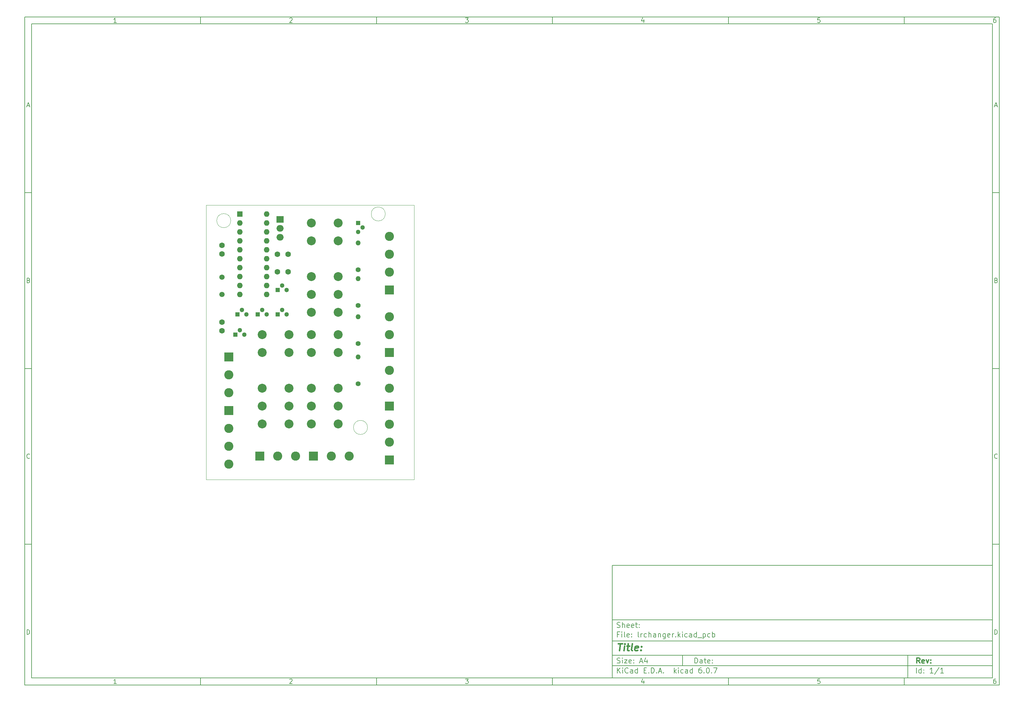
<source format=gbr>
%TF.GenerationSoftware,KiCad,Pcbnew,6.0.7*%
%TF.CreationDate,2022-10-17T15:43:20+02:00*%
%TF.ProjectId,lrchanger,6c726368-616e-4676-9572-2e6b69636164,rev?*%
%TF.SameCoordinates,Original*%
%TF.FileFunction,Soldermask,Bot*%
%TF.FilePolarity,Negative*%
%FSLAX46Y46*%
G04 Gerber Fmt 4.6, Leading zero omitted, Abs format (unit mm)*
G04 Created by KiCad (PCBNEW 6.0.7) date 2022-10-17 15:43:20*
%MOMM*%
%LPD*%
G01*
G04 APERTURE LIST*
%ADD10C,0.100000*%
%ADD11C,0.150000*%
%ADD12C,0.300000*%
%ADD13C,0.400000*%
%TA.AperFunction,Profile*%
%ADD14C,0.050000*%
%TD*%
%ADD15R,1.300000X1.300000*%
%ADD16C,1.300000*%
%ADD17C,1.600000*%
%ADD18C,1.400000*%
%ADD19O,1.400000X1.400000*%
%ADD20R,1.600000X1.600000*%
%ADD21O,1.600000X1.600000*%
%ADD22R,2.000000X1.905000*%
%ADD23O,2.000000X1.905000*%
%ADD24C,1.500000*%
%ADD25C,2.540000*%
%ADD26R,2.600000X2.600000*%
%ADD27C,2.600000*%
G04 APERTURE END LIST*
D10*
D11*
X177002200Y-166007200D02*
X177002200Y-198007200D01*
X285002200Y-198007200D01*
X285002200Y-166007200D01*
X177002200Y-166007200D01*
D10*
D11*
X10000000Y-10000000D02*
X10000000Y-200007200D01*
X287002200Y-200007200D01*
X287002200Y-10000000D01*
X10000000Y-10000000D01*
D10*
D11*
X12000000Y-12000000D02*
X12000000Y-198007200D01*
X285002200Y-198007200D01*
X285002200Y-12000000D01*
X12000000Y-12000000D01*
D10*
D11*
X60000000Y-12000000D02*
X60000000Y-10000000D01*
D10*
D11*
X110000000Y-12000000D02*
X110000000Y-10000000D01*
D10*
D11*
X160000000Y-12000000D02*
X160000000Y-10000000D01*
D10*
D11*
X210000000Y-12000000D02*
X210000000Y-10000000D01*
D10*
D11*
X260000000Y-12000000D02*
X260000000Y-10000000D01*
D10*
D11*
X36065476Y-11588095D02*
X35322619Y-11588095D01*
X35694047Y-11588095D02*
X35694047Y-10288095D01*
X35570238Y-10473809D01*
X35446428Y-10597619D01*
X35322619Y-10659523D01*
D10*
D11*
X85322619Y-10411904D02*
X85384523Y-10350000D01*
X85508333Y-10288095D01*
X85817857Y-10288095D01*
X85941666Y-10350000D01*
X86003571Y-10411904D01*
X86065476Y-10535714D01*
X86065476Y-10659523D01*
X86003571Y-10845238D01*
X85260714Y-11588095D01*
X86065476Y-11588095D01*
D10*
D11*
X135260714Y-10288095D02*
X136065476Y-10288095D01*
X135632142Y-10783333D01*
X135817857Y-10783333D01*
X135941666Y-10845238D01*
X136003571Y-10907142D01*
X136065476Y-11030952D01*
X136065476Y-11340476D01*
X136003571Y-11464285D01*
X135941666Y-11526190D01*
X135817857Y-11588095D01*
X135446428Y-11588095D01*
X135322619Y-11526190D01*
X135260714Y-11464285D01*
D10*
D11*
X185941666Y-10721428D02*
X185941666Y-11588095D01*
X185632142Y-10226190D02*
X185322619Y-11154761D01*
X186127380Y-11154761D01*
D10*
D11*
X236003571Y-10288095D02*
X235384523Y-10288095D01*
X235322619Y-10907142D01*
X235384523Y-10845238D01*
X235508333Y-10783333D01*
X235817857Y-10783333D01*
X235941666Y-10845238D01*
X236003571Y-10907142D01*
X236065476Y-11030952D01*
X236065476Y-11340476D01*
X236003571Y-11464285D01*
X235941666Y-11526190D01*
X235817857Y-11588095D01*
X235508333Y-11588095D01*
X235384523Y-11526190D01*
X235322619Y-11464285D01*
D10*
D11*
X285941666Y-10288095D02*
X285694047Y-10288095D01*
X285570238Y-10350000D01*
X285508333Y-10411904D01*
X285384523Y-10597619D01*
X285322619Y-10845238D01*
X285322619Y-11340476D01*
X285384523Y-11464285D01*
X285446428Y-11526190D01*
X285570238Y-11588095D01*
X285817857Y-11588095D01*
X285941666Y-11526190D01*
X286003571Y-11464285D01*
X286065476Y-11340476D01*
X286065476Y-11030952D01*
X286003571Y-10907142D01*
X285941666Y-10845238D01*
X285817857Y-10783333D01*
X285570238Y-10783333D01*
X285446428Y-10845238D01*
X285384523Y-10907142D01*
X285322619Y-11030952D01*
D10*
D11*
X60000000Y-198007200D02*
X60000000Y-200007200D01*
D10*
D11*
X110000000Y-198007200D02*
X110000000Y-200007200D01*
D10*
D11*
X160000000Y-198007200D02*
X160000000Y-200007200D01*
D10*
D11*
X210000000Y-198007200D02*
X210000000Y-200007200D01*
D10*
D11*
X260000000Y-198007200D02*
X260000000Y-200007200D01*
D10*
D11*
X36065476Y-199595295D02*
X35322619Y-199595295D01*
X35694047Y-199595295D02*
X35694047Y-198295295D01*
X35570238Y-198481009D01*
X35446428Y-198604819D01*
X35322619Y-198666723D01*
D10*
D11*
X85322619Y-198419104D02*
X85384523Y-198357200D01*
X85508333Y-198295295D01*
X85817857Y-198295295D01*
X85941666Y-198357200D01*
X86003571Y-198419104D01*
X86065476Y-198542914D01*
X86065476Y-198666723D01*
X86003571Y-198852438D01*
X85260714Y-199595295D01*
X86065476Y-199595295D01*
D10*
D11*
X135260714Y-198295295D02*
X136065476Y-198295295D01*
X135632142Y-198790533D01*
X135817857Y-198790533D01*
X135941666Y-198852438D01*
X136003571Y-198914342D01*
X136065476Y-199038152D01*
X136065476Y-199347676D01*
X136003571Y-199471485D01*
X135941666Y-199533390D01*
X135817857Y-199595295D01*
X135446428Y-199595295D01*
X135322619Y-199533390D01*
X135260714Y-199471485D01*
D10*
D11*
X185941666Y-198728628D02*
X185941666Y-199595295D01*
X185632142Y-198233390D02*
X185322619Y-199161961D01*
X186127380Y-199161961D01*
D10*
D11*
X236003571Y-198295295D02*
X235384523Y-198295295D01*
X235322619Y-198914342D01*
X235384523Y-198852438D01*
X235508333Y-198790533D01*
X235817857Y-198790533D01*
X235941666Y-198852438D01*
X236003571Y-198914342D01*
X236065476Y-199038152D01*
X236065476Y-199347676D01*
X236003571Y-199471485D01*
X235941666Y-199533390D01*
X235817857Y-199595295D01*
X235508333Y-199595295D01*
X235384523Y-199533390D01*
X235322619Y-199471485D01*
D10*
D11*
X285941666Y-198295295D02*
X285694047Y-198295295D01*
X285570238Y-198357200D01*
X285508333Y-198419104D01*
X285384523Y-198604819D01*
X285322619Y-198852438D01*
X285322619Y-199347676D01*
X285384523Y-199471485D01*
X285446428Y-199533390D01*
X285570238Y-199595295D01*
X285817857Y-199595295D01*
X285941666Y-199533390D01*
X286003571Y-199471485D01*
X286065476Y-199347676D01*
X286065476Y-199038152D01*
X286003571Y-198914342D01*
X285941666Y-198852438D01*
X285817857Y-198790533D01*
X285570238Y-198790533D01*
X285446428Y-198852438D01*
X285384523Y-198914342D01*
X285322619Y-199038152D01*
D10*
D11*
X10000000Y-60000000D02*
X12000000Y-60000000D01*
D10*
D11*
X10000000Y-110000000D02*
X12000000Y-110000000D01*
D10*
D11*
X10000000Y-160000000D02*
X12000000Y-160000000D01*
D10*
D11*
X10690476Y-35216666D02*
X11309523Y-35216666D01*
X10566666Y-35588095D02*
X11000000Y-34288095D01*
X11433333Y-35588095D01*
D10*
D11*
X11092857Y-84907142D02*
X11278571Y-84969047D01*
X11340476Y-85030952D01*
X11402380Y-85154761D01*
X11402380Y-85340476D01*
X11340476Y-85464285D01*
X11278571Y-85526190D01*
X11154761Y-85588095D01*
X10659523Y-85588095D01*
X10659523Y-84288095D01*
X11092857Y-84288095D01*
X11216666Y-84350000D01*
X11278571Y-84411904D01*
X11340476Y-84535714D01*
X11340476Y-84659523D01*
X11278571Y-84783333D01*
X11216666Y-84845238D01*
X11092857Y-84907142D01*
X10659523Y-84907142D01*
D10*
D11*
X11402380Y-135464285D02*
X11340476Y-135526190D01*
X11154761Y-135588095D01*
X11030952Y-135588095D01*
X10845238Y-135526190D01*
X10721428Y-135402380D01*
X10659523Y-135278571D01*
X10597619Y-135030952D01*
X10597619Y-134845238D01*
X10659523Y-134597619D01*
X10721428Y-134473809D01*
X10845238Y-134350000D01*
X11030952Y-134288095D01*
X11154761Y-134288095D01*
X11340476Y-134350000D01*
X11402380Y-134411904D01*
D10*
D11*
X10659523Y-185588095D02*
X10659523Y-184288095D01*
X10969047Y-184288095D01*
X11154761Y-184350000D01*
X11278571Y-184473809D01*
X11340476Y-184597619D01*
X11402380Y-184845238D01*
X11402380Y-185030952D01*
X11340476Y-185278571D01*
X11278571Y-185402380D01*
X11154761Y-185526190D01*
X10969047Y-185588095D01*
X10659523Y-185588095D01*
D10*
D11*
X287002200Y-60000000D02*
X285002200Y-60000000D01*
D10*
D11*
X287002200Y-110000000D02*
X285002200Y-110000000D01*
D10*
D11*
X287002200Y-160000000D02*
X285002200Y-160000000D01*
D10*
D11*
X285692676Y-35216666D02*
X286311723Y-35216666D01*
X285568866Y-35588095D02*
X286002200Y-34288095D01*
X286435533Y-35588095D01*
D10*
D11*
X286095057Y-84907142D02*
X286280771Y-84969047D01*
X286342676Y-85030952D01*
X286404580Y-85154761D01*
X286404580Y-85340476D01*
X286342676Y-85464285D01*
X286280771Y-85526190D01*
X286156961Y-85588095D01*
X285661723Y-85588095D01*
X285661723Y-84288095D01*
X286095057Y-84288095D01*
X286218866Y-84350000D01*
X286280771Y-84411904D01*
X286342676Y-84535714D01*
X286342676Y-84659523D01*
X286280771Y-84783333D01*
X286218866Y-84845238D01*
X286095057Y-84907142D01*
X285661723Y-84907142D01*
D10*
D11*
X286404580Y-135464285D02*
X286342676Y-135526190D01*
X286156961Y-135588095D01*
X286033152Y-135588095D01*
X285847438Y-135526190D01*
X285723628Y-135402380D01*
X285661723Y-135278571D01*
X285599819Y-135030952D01*
X285599819Y-134845238D01*
X285661723Y-134597619D01*
X285723628Y-134473809D01*
X285847438Y-134350000D01*
X286033152Y-134288095D01*
X286156961Y-134288095D01*
X286342676Y-134350000D01*
X286404580Y-134411904D01*
D10*
D11*
X285661723Y-185588095D02*
X285661723Y-184288095D01*
X285971247Y-184288095D01*
X286156961Y-184350000D01*
X286280771Y-184473809D01*
X286342676Y-184597619D01*
X286404580Y-184845238D01*
X286404580Y-185030952D01*
X286342676Y-185278571D01*
X286280771Y-185402380D01*
X286156961Y-185526190D01*
X285971247Y-185588095D01*
X285661723Y-185588095D01*
D10*
D11*
X200434342Y-193785771D02*
X200434342Y-192285771D01*
X200791485Y-192285771D01*
X201005771Y-192357200D01*
X201148628Y-192500057D01*
X201220057Y-192642914D01*
X201291485Y-192928628D01*
X201291485Y-193142914D01*
X201220057Y-193428628D01*
X201148628Y-193571485D01*
X201005771Y-193714342D01*
X200791485Y-193785771D01*
X200434342Y-193785771D01*
X202577200Y-193785771D02*
X202577200Y-193000057D01*
X202505771Y-192857200D01*
X202362914Y-192785771D01*
X202077200Y-192785771D01*
X201934342Y-192857200D01*
X202577200Y-193714342D02*
X202434342Y-193785771D01*
X202077200Y-193785771D01*
X201934342Y-193714342D01*
X201862914Y-193571485D01*
X201862914Y-193428628D01*
X201934342Y-193285771D01*
X202077200Y-193214342D01*
X202434342Y-193214342D01*
X202577200Y-193142914D01*
X203077200Y-192785771D02*
X203648628Y-192785771D01*
X203291485Y-192285771D02*
X203291485Y-193571485D01*
X203362914Y-193714342D01*
X203505771Y-193785771D01*
X203648628Y-193785771D01*
X204720057Y-193714342D02*
X204577200Y-193785771D01*
X204291485Y-193785771D01*
X204148628Y-193714342D01*
X204077200Y-193571485D01*
X204077200Y-193000057D01*
X204148628Y-192857200D01*
X204291485Y-192785771D01*
X204577200Y-192785771D01*
X204720057Y-192857200D01*
X204791485Y-193000057D01*
X204791485Y-193142914D01*
X204077200Y-193285771D01*
X205434342Y-193642914D02*
X205505771Y-193714342D01*
X205434342Y-193785771D01*
X205362914Y-193714342D01*
X205434342Y-193642914D01*
X205434342Y-193785771D01*
X205434342Y-192857200D02*
X205505771Y-192928628D01*
X205434342Y-193000057D01*
X205362914Y-192928628D01*
X205434342Y-192857200D01*
X205434342Y-193000057D01*
D10*
D11*
X177002200Y-194507200D02*
X285002200Y-194507200D01*
D10*
D11*
X178434342Y-196585771D02*
X178434342Y-195085771D01*
X179291485Y-196585771D02*
X178648628Y-195728628D01*
X179291485Y-195085771D02*
X178434342Y-195942914D01*
X179934342Y-196585771D02*
X179934342Y-195585771D01*
X179934342Y-195085771D02*
X179862914Y-195157200D01*
X179934342Y-195228628D01*
X180005771Y-195157200D01*
X179934342Y-195085771D01*
X179934342Y-195228628D01*
X181505771Y-196442914D02*
X181434342Y-196514342D01*
X181220057Y-196585771D01*
X181077200Y-196585771D01*
X180862914Y-196514342D01*
X180720057Y-196371485D01*
X180648628Y-196228628D01*
X180577200Y-195942914D01*
X180577200Y-195728628D01*
X180648628Y-195442914D01*
X180720057Y-195300057D01*
X180862914Y-195157200D01*
X181077200Y-195085771D01*
X181220057Y-195085771D01*
X181434342Y-195157200D01*
X181505771Y-195228628D01*
X182791485Y-196585771D02*
X182791485Y-195800057D01*
X182720057Y-195657200D01*
X182577200Y-195585771D01*
X182291485Y-195585771D01*
X182148628Y-195657200D01*
X182791485Y-196514342D02*
X182648628Y-196585771D01*
X182291485Y-196585771D01*
X182148628Y-196514342D01*
X182077200Y-196371485D01*
X182077200Y-196228628D01*
X182148628Y-196085771D01*
X182291485Y-196014342D01*
X182648628Y-196014342D01*
X182791485Y-195942914D01*
X184148628Y-196585771D02*
X184148628Y-195085771D01*
X184148628Y-196514342D02*
X184005771Y-196585771D01*
X183720057Y-196585771D01*
X183577200Y-196514342D01*
X183505771Y-196442914D01*
X183434342Y-196300057D01*
X183434342Y-195871485D01*
X183505771Y-195728628D01*
X183577200Y-195657200D01*
X183720057Y-195585771D01*
X184005771Y-195585771D01*
X184148628Y-195657200D01*
X186005771Y-195800057D02*
X186505771Y-195800057D01*
X186720057Y-196585771D02*
X186005771Y-196585771D01*
X186005771Y-195085771D01*
X186720057Y-195085771D01*
X187362914Y-196442914D02*
X187434342Y-196514342D01*
X187362914Y-196585771D01*
X187291485Y-196514342D01*
X187362914Y-196442914D01*
X187362914Y-196585771D01*
X188077200Y-196585771D02*
X188077200Y-195085771D01*
X188434342Y-195085771D01*
X188648628Y-195157200D01*
X188791485Y-195300057D01*
X188862914Y-195442914D01*
X188934342Y-195728628D01*
X188934342Y-195942914D01*
X188862914Y-196228628D01*
X188791485Y-196371485D01*
X188648628Y-196514342D01*
X188434342Y-196585771D01*
X188077200Y-196585771D01*
X189577200Y-196442914D02*
X189648628Y-196514342D01*
X189577200Y-196585771D01*
X189505771Y-196514342D01*
X189577200Y-196442914D01*
X189577200Y-196585771D01*
X190220057Y-196157200D02*
X190934342Y-196157200D01*
X190077200Y-196585771D02*
X190577200Y-195085771D01*
X191077200Y-196585771D01*
X191577200Y-196442914D02*
X191648628Y-196514342D01*
X191577200Y-196585771D01*
X191505771Y-196514342D01*
X191577200Y-196442914D01*
X191577200Y-196585771D01*
X194577200Y-196585771D02*
X194577200Y-195085771D01*
X194720057Y-196014342D02*
X195148628Y-196585771D01*
X195148628Y-195585771D02*
X194577200Y-196157200D01*
X195791485Y-196585771D02*
X195791485Y-195585771D01*
X195791485Y-195085771D02*
X195720057Y-195157200D01*
X195791485Y-195228628D01*
X195862914Y-195157200D01*
X195791485Y-195085771D01*
X195791485Y-195228628D01*
X197148628Y-196514342D02*
X197005771Y-196585771D01*
X196720057Y-196585771D01*
X196577200Y-196514342D01*
X196505771Y-196442914D01*
X196434342Y-196300057D01*
X196434342Y-195871485D01*
X196505771Y-195728628D01*
X196577200Y-195657200D01*
X196720057Y-195585771D01*
X197005771Y-195585771D01*
X197148628Y-195657200D01*
X198434342Y-196585771D02*
X198434342Y-195800057D01*
X198362914Y-195657200D01*
X198220057Y-195585771D01*
X197934342Y-195585771D01*
X197791485Y-195657200D01*
X198434342Y-196514342D02*
X198291485Y-196585771D01*
X197934342Y-196585771D01*
X197791485Y-196514342D01*
X197720057Y-196371485D01*
X197720057Y-196228628D01*
X197791485Y-196085771D01*
X197934342Y-196014342D01*
X198291485Y-196014342D01*
X198434342Y-195942914D01*
X199791485Y-196585771D02*
X199791485Y-195085771D01*
X199791485Y-196514342D02*
X199648628Y-196585771D01*
X199362914Y-196585771D01*
X199220057Y-196514342D01*
X199148628Y-196442914D01*
X199077200Y-196300057D01*
X199077200Y-195871485D01*
X199148628Y-195728628D01*
X199220057Y-195657200D01*
X199362914Y-195585771D01*
X199648628Y-195585771D01*
X199791485Y-195657200D01*
X202291485Y-195085771D02*
X202005771Y-195085771D01*
X201862914Y-195157200D01*
X201791485Y-195228628D01*
X201648628Y-195442914D01*
X201577200Y-195728628D01*
X201577200Y-196300057D01*
X201648628Y-196442914D01*
X201720057Y-196514342D01*
X201862914Y-196585771D01*
X202148628Y-196585771D01*
X202291485Y-196514342D01*
X202362914Y-196442914D01*
X202434342Y-196300057D01*
X202434342Y-195942914D01*
X202362914Y-195800057D01*
X202291485Y-195728628D01*
X202148628Y-195657200D01*
X201862914Y-195657200D01*
X201720057Y-195728628D01*
X201648628Y-195800057D01*
X201577200Y-195942914D01*
X203077200Y-196442914D02*
X203148628Y-196514342D01*
X203077200Y-196585771D01*
X203005771Y-196514342D01*
X203077200Y-196442914D01*
X203077200Y-196585771D01*
X204077200Y-195085771D02*
X204220057Y-195085771D01*
X204362914Y-195157200D01*
X204434342Y-195228628D01*
X204505771Y-195371485D01*
X204577200Y-195657200D01*
X204577200Y-196014342D01*
X204505771Y-196300057D01*
X204434342Y-196442914D01*
X204362914Y-196514342D01*
X204220057Y-196585771D01*
X204077200Y-196585771D01*
X203934342Y-196514342D01*
X203862914Y-196442914D01*
X203791485Y-196300057D01*
X203720057Y-196014342D01*
X203720057Y-195657200D01*
X203791485Y-195371485D01*
X203862914Y-195228628D01*
X203934342Y-195157200D01*
X204077200Y-195085771D01*
X205220057Y-196442914D02*
X205291485Y-196514342D01*
X205220057Y-196585771D01*
X205148628Y-196514342D01*
X205220057Y-196442914D01*
X205220057Y-196585771D01*
X205791485Y-195085771D02*
X206791485Y-195085771D01*
X206148628Y-196585771D01*
D10*
D11*
X177002200Y-191507200D02*
X285002200Y-191507200D01*
D10*
D12*
X264411485Y-193785771D02*
X263911485Y-193071485D01*
X263554342Y-193785771D02*
X263554342Y-192285771D01*
X264125771Y-192285771D01*
X264268628Y-192357200D01*
X264340057Y-192428628D01*
X264411485Y-192571485D01*
X264411485Y-192785771D01*
X264340057Y-192928628D01*
X264268628Y-193000057D01*
X264125771Y-193071485D01*
X263554342Y-193071485D01*
X265625771Y-193714342D02*
X265482914Y-193785771D01*
X265197200Y-193785771D01*
X265054342Y-193714342D01*
X264982914Y-193571485D01*
X264982914Y-193000057D01*
X265054342Y-192857200D01*
X265197200Y-192785771D01*
X265482914Y-192785771D01*
X265625771Y-192857200D01*
X265697200Y-193000057D01*
X265697200Y-193142914D01*
X264982914Y-193285771D01*
X266197200Y-192785771D02*
X266554342Y-193785771D01*
X266911485Y-192785771D01*
X267482914Y-193642914D02*
X267554342Y-193714342D01*
X267482914Y-193785771D01*
X267411485Y-193714342D01*
X267482914Y-193642914D01*
X267482914Y-193785771D01*
X267482914Y-192857200D02*
X267554342Y-192928628D01*
X267482914Y-193000057D01*
X267411485Y-192928628D01*
X267482914Y-192857200D01*
X267482914Y-193000057D01*
D10*
D11*
X178362914Y-193714342D02*
X178577200Y-193785771D01*
X178934342Y-193785771D01*
X179077200Y-193714342D01*
X179148628Y-193642914D01*
X179220057Y-193500057D01*
X179220057Y-193357200D01*
X179148628Y-193214342D01*
X179077200Y-193142914D01*
X178934342Y-193071485D01*
X178648628Y-193000057D01*
X178505771Y-192928628D01*
X178434342Y-192857200D01*
X178362914Y-192714342D01*
X178362914Y-192571485D01*
X178434342Y-192428628D01*
X178505771Y-192357200D01*
X178648628Y-192285771D01*
X179005771Y-192285771D01*
X179220057Y-192357200D01*
X179862914Y-193785771D02*
X179862914Y-192785771D01*
X179862914Y-192285771D02*
X179791485Y-192357200D01*
X179862914Y-192428628D01*
X179934342Y-192357200D01*
X179862914Y-192285771D01*
X179862914Y-192428628D01*
X180434342Y-192785771D02*
X181220057Y-192785771D01*
X180434342Y-193785771D01*
X181220057Y-193785771D01*
X182362914Y-193714342D02*
X182220057Y-193785771D01*
X181934342Y-193785771D01*
X181791485Y-193714342D01*
X181720057Y-193571485D01*
X181720057Y-193000057D01*
X181791485Y-192857200D01*
X181934342Y-192785771D01*
X182220057Y-192785771D01*
X182362914Y-192857200D01*
X182434342Y-193000057D01*
X182434342Y-193142914D01*
X181720057Y-193285771D01*
X183077200Y-193642914D02*
X183148628Y-193714342D01*
X183077200Y-193785771D01*
X183005771Y-193714342D01*
X183077200Y-193642914D01*
X183077200Y-193785771D01*
X183077200Y-192857200D02*
X183148628Y-192928628D01*
X183077200Y-193000057D01*
X183005771Y-192928628D01*
X183077200Y-192857200D01*
X183077200Y-193000057D01*
X184862914Y-193357200D02*
X185577200Y-193357200D01*
X184720057Y-193785771D02*
X185220057Y-192285771D01*
X185720057Y-193785771D01*
X186862914Y-192785771D02*
X186862914Y-193785771D01*
X186505771Y-192214342D02*
X186148628Y-193285771D01*
X187077200Y-193285771D01*
D10*
D11*
X263434342Y-196585771D02*
X263434342Y-195085771D01*
X264791485Y-196585771D02*
X264791485Y-195085771D01*
X264791485Y-196514342D02*
X264648628Y-196585771D01*
X264362914Y-196585771D01*
X264220057Y-196514342D01*
X264148628Y-196442914D01*
X264077200Y-196300057D01*
X264077200Y-195871485D01*
X264148628Y-195728628D01*
X264220057Y-195657200D01*
X264362914Y-195585771D01*
X264648628Y-195585771D01*
X264791485Y-195657200D01*
X265505771Y-196442914D02*
X265577200Y-196514342D01*
X265505771Y-196585771D01*
X265434342Y-196514342D01*
X265505771Y-196442914D01*
X265505771Y-196585771D01*
X265505771Y-195657200D02*
X265577200Y-195728628D01*
X265505771Y-195800057D01*
X265434342Y-195728628D01*
X265505771Y-195657200D01*
X265505771Y-195800057D01*
X268148628Y-196585771D02*
X267291485Y-196585771D01*
X267720057Y-196585771D02*
X267720057Y-195085771D01*
X267577200Y-195300057D01*
X267434342Y-195442914D01*
X267291485Y-195514342D01*
X269862914Y-195014342D02*
X268577200Y-196942914D01*
X271148628Y-196585771D02*
X270291485Y-196585771D01*
X270720057Y-196585771D02*
X270720057Y-195085771D01*
X270577200Y-195300057D01*
X270434342Y-195442914D01*
X270291485Y-195514342D01*
D10*
D11*
X177002200Y-187507200D02*
X285002200Y-187507200D01*
D10*
D13*
X178714580Y-188211961D02*
X179857438Y-188211961D01*
X179036009Y-190211961D02*
X179286009Y-188211961D01*
X180274104Y-190211961D02*
X180440771Y-188878628D01*
X180524104Y-188211961D02*
X180416961Y-188307200D01*
X180500295Y-188402438D01*
X180607438Y-188307200D01*
X180524104Y-188211961D01*
X180500295Y-188402438D01*
X181107438Y-188878628D02*
X181869342Y-188878628D01*
X181476485Y-188211961D02*
X181262200Y-189926247D01*
X181333628Y-190116723D01*
X181512200Y-190211961D01*
X181702676Y-190211961D01*
X182655057Y-190211961D02*
X182476485Y-190116723D01*
X182405057Y-189926247D01*
X182619342Y-188211961D01*
X184190771Y-190116723D02*
X183988390Y-190211961D01*
X183607438Y-190211961D01*
X183428866Y-190116723D01*
X183357438Y-189926247D01*
X183452676Y-189164342D01*
X183571723Y-188973866D01*
X183774104Y-188878628D01*
X184155057Y-188878628D01*
X184333628Y-188973866D01*
X184405057Y-189164342D01*
X184381247Y-189354819D01*
X183405057Y-189545295D01*
X185155057Y-190021485D02*
X185238390Y-190116723D01*
X185131247Y-190211961D01*
X185047914Y-190116723D01*
X185155057Y-190021485D01*
X185131247Y-190211961D01*
X185286009Y-188973866D02*
X185369342Y-189069104D01*
X185262200Y-189164342D01*
X185178866Y-189069104D01*
X185286009Y-188973866D01*
X185262200Y-189164342D01*
D10*
D11*
X178934342Y-185600057D02*
X178434342Y-185600057D01*
X178434342Y-186385771D02*
X178434342Y-184885771D01*
X179148628Y-184885771D01*
X179720057Y-186385771D02*
X179720057Y-185385771D01*
X179720057Y-184885771D02*
X179648628Y-184957200D01*
X179720057Y-185028628D01*
X179791485Y-184957200D01*
X179720057Y-184885771D01*
X179720057Y-185028628D01*
X180648628Y-186385771D02*
X180505771Y-186314342D01*
X180434342Y-186171485D01*
X180434342Y-184885771D01*
X181791485Y-186314342D02*
X181648628Y-186385771D01*
X181362914Y-186385771D01*
X181220057Y-186314342D01*
X181148628Y-186171485D01*
X181148628Y-185600057D01*
X181220057Y-185457200D01*
X181362914Y-185385771D01*
X181648628Y-185385771D01*
X181791485Y-185457200D01*
X181862914Y-185600057D01*
X181862914Y-185742914D01*
X181148628Y-185885771D01*
X182505771Y-186242914D02*
X182577200Y-186314342D01*
X182505771Y-186385771D01*
X182434342Y-186314342D01*
X182505771Y-186242914D01*
X182505771Y-186385771D01*
X182505771Y-185457200D02*
X182577200Y-185528628D01*
X182505771Y-185600057D01*
X182434342Y-185528628D01*
X182505771Y-185457200D01*
X182505771Y-185600057D01*
X184577200Y-186385771D02*
X184434342Y-186314342D01*
X184362914Y-186171485D01*
X184362914Y-184885771D01*
X185148628Y-186385771D02*
X185148628Y-185385771D01*
X185148628Y-185671485D02*
X185220057Y-185528628D01*
X185291485Y-185457200D01*
X185434342Y-185385771D01*
X185577200Y-185385771D01*
X186720057Y-186314342D02*
X186577200Y-186385771D01*
X186291485Y-186385771D01*
X186148628Y-186314342D01*
X186077200Y-186242914D01*
X186005771Y-186100057D01*
X186005771Y-185671485D01*
X186077200Y-185528628D01*
X186148628Y-185457200D01*
X186291485Y-185385771D01*
X186577200Y-185385771D01*
X186720057Y-185457200D01*
X187362914Y-186385771D02*
X187362914Y-184885771D01*
X188005771Y-186385771D02*
X188005771Y-185600057D01*
X187934342Y-185457200D01*
X187791485Y-185385771D01*
X187577200Y-185385771D01*
X187434342Y-185457200D01*
X187362914Y-185528628D01*
X189362914Y-186385771D02*
X189362914Y-185600057D01*
X189291485Y-185457200D01*
X189148628Y-185385771D01*
X188862914Y-185385771D01*
X188720057Y-185457200D01*
X189362914Y-186314342D02*
X189220057Y-186385771D01*
X188862914Y-186385771D01*
X188720057Y-186314342D01*
X188648628Y-186171485D01*
X188648628Y-186028628D01*
X188720057Y-185885771D01*
X188862914Y-185814342D01*
X189220057Y-185814342D01*
X189362914Y-185742914D01*
X190077200Y-185385771D02*
X190077200Y-186385771D01*
X190077200Y-185528628D02*
X190148628Y-185457200D01*
X190291485Y-185385771D01*
X190505771Y-185385771D01*
X190648628Y-185457200D01*
X190720057Y-185600057D01*
X190720057Y-186385771D01*
X192077200Y-185385771D02*
X192077200Y-186600057D01*
X192005771Y-186742914D01*
X191934342Y-186814342D01*
X191791485Y-186885771D01*
X191577200Y-186885771D01*
X191434342Y-186814342D01*
X192077200Y-186314342D02*
X191934342Y-186385771D01*
X191648628Y-186385771D01*
X191505771Y-186314342D01*
X191434342Y-186242914D01*
X191362914Y-186100057D01*
X191362914Y-185671485D01*
X191434342Y-185528628D01*
X191505771Y-185457200D01*
X191648628Y-185385771D01*
X191934342Y-185385771D01*
X192077200Y-185457200D01*
X193362914Y-186314342D02*
X193220057Y-186385771D01*
X192934342Y-186385771D01*
X192791485Y-186314342D01*
X192720057Y-186171485D01*
X192720057Y-185600057D01*
X192791485Y-185457200D01*
X192934342Y-185385771D01*
X193220057Y-185385771D01*
X193362914Y-185457200D01*
X193434342Y-185600057D01*
X193434342Y-185742914D01*
X192720057Y-185885771D01*
X194077200Y-186385771D02*
X194077200Y-185385771D01*
X194077200Y-185671485D02*
X194148628Y-185528628D01*
X194220057Y-185457200D01*
X194362914Y-185385771D01*
X194505771Y-185385771D01*
X195005771Y-186242914D02*
X195077200Y-186314342D01*
X195005771Y-186385771D01*
X194934342Y-186314342D01*
X195005771Y-186242914D01*
X195005771Y-186385771D01*
X195720057Y-186385771D02*
X195720057Y-184885771D01*
X195862914Y-185814342D02*
X196291485Y-186385771D01*
X196291485Y-185385771D02*
X195720057Y-185957200D01*
X196934342Y-186385771D02*
X196934342Y-185385771D01*
X196934342Y-184885771D02*
X196862914Y-184957200D01*
X196934342Y-185028628D01*
X197005771Y-184957200D01*
X196934342Y-184885771D01*
X196934342Y-185028628D01*
X198291485Y-186314342D02*
X198148628Y-186385771D01*
X197862914Y-186385771D01*
X197720057Y-186314342D01*
X197648628Y-186242914D01*
X197577200Y-186100057D01*
X197577200Y-185671485D01*
X197648628Y-185528628D01*
X197720057Y-185457200D01*
X197862914Y-185385771D01*
X198148628Y-185385771D01*
X198291485Y-185457200D01*
X199577200Y-186385771D02*
X199577200Y-185600057D01*
X199505771Y-185457200D01*
X199362914Y-185385771D01*
X199077200Y-185385771D01*
X198934342Y-185457200D01*
X199577200Y-186314342D02*
X199434342Y-186385771D01*
X199077200Y-186385771D01*
X198934342Y-186314342D01*
X198862914Y-186171485D01*
X198862914Y-186028628D01*
X198934342Y-185885771D01*
X199077200Y-185814342D01*
X199434342Y-185814342D01*
X199577200Y-185742914D01*
X200934342Y-186385771D02*
X200934342Y-184885771D01*
X200934342Y-186314342D02*
X200791485Y-186385771D01*
X200505771Y-186385771D01*
X200362914Y-186314342D01*
X200291485Y-186242914D01*
X200220057Y-186100057D01*
X200220057Y-185671485D01*
X200291485Y-185528628D01*
X200362914Y-185457200D01*
X200505771Y-185385771D01*
X200791485Y-185385771D01*
X200934342Y-185457200D01*
X201291485Y-186528628D02*
X202434342Y-186528628D01*
X202791485Y-185385771D02*
X202791485Y-186885771D01*
X202791485Y-185457200D02*
X202934342Y-185385771D01*
X203220057Y-185385771D01*
X203362914Y-185457200D01*
X203434342Y-185528628D01*
X203505771Y-185671485D01*
X203505771Y-186100057D01*
X203434342Y-186242914D01*
X203362914Y-186314342D01*
X203220057Y-186385771D01*
X202934342Y-186385771D01*
X202791485Y-186314342D01*
X204791485Y-186314342D02*
X204648628Y-186385771D01*
X204362914Y-186385771D01*
X204220057Y-186314342D01*
X204148628Y-186242914D01*
X204077200Y-186100057D01*
X204077200Y-185671485D01*
X204148628Y-185528628D01*
X204220057Y-185457200D01*
X204362914Y-185385771D01*
X204648628Y-185385771D01*
X204791485Y-185457200D01*
X205434342Y-186385771D02*
X205434342Y-184885771D01*
X205434342Y-185457200D02*
X205577200Y-185385771D01*
X205862914Y-185385771D01*
X206005771Y-185457200D01*
X206077200Y-185528628D01*
X206148628Y-185671485D01*
X206148628Y-186100057D01*
X206077200Y-186242914D01*
X206005771Y-186314342D01*
X205862914Y-186385771D01*
X205577200Y-186385771D01*
X205434342Y-186314342D01*
D10*
D11*
X177002200Y-181507200D02*
X285002200Y-181507200D01*
D10*
D11*
X178362914Y-183614342D02*
X178577200Y-183685771D01*
X178934342Y-183685771D01*
X179077200Y-183614342D01*
X179148628Y-183542914D01*
X179220057Y-183400057D01*
X179220057Y-183257200D01*
X179148628Y-183114342D01*
X179077200Y-183042914D01*
X178934342Y-182971485D01*
X178648628Y-182900057D01*
X178505771Y-182828628D01*
X178434342Y-182757200D01*
X178362914Y-182614342D01*
X178362914Y-182471485D01*
X178434342Y-182328628D01*
X178505771Y-182257200D01*
X178648628Y-182185771D01*
X179005771Y-182185771D01*
X179220057Y-182257200D01*
X179862914Y-183685771D02*
X179862914Y-182185771D01*
X180505771Y-183685771D02*
X180505771Y-182900057D01*
X180434342Y-182757200D01*
X180291485Y-182685771D01*
X180077200Y-182685771D01*
X179934342Y-182757200D01*
X179862914Y-182828628D01*
X181791485Y-183614342D02*
X181648628Y-183685771D01*
X181362914Y-183685771D01*
X181220057Y-183614342D01*
X181148628Y-183471485D01*
X181148628Y-182900057D01*
X181220057Y-182757200D01*
X181362914Y-182685771D01*
X181648628Y-182685771D01*
X181791485Y-182757200D01*
X181862914Y-182900057D01*
X181862914Y-183042914D01*
X181148628Y-183185771D01*
X183077200Y-183614342D02*
X182934342Y-183685771D01*
X182648628Y-183685771D01*
X182505771Y-183614342D01*
X182434342Y-183471485D01*
X182434342Y-182900057D01*
X182505771Y-182757200D01*
X182648628Y-182685771D01*
X182934342Y-182685771D01*
X183077200Y-182757200D01*
X183148628Y-182900057D01*
X183148628Y-183042914D01*
X182434342Y-183185771D01*
X183577200Y-182685771D02*
X184148628Y-182685771D01*
X183791485Y-182185771D02*
X183791485Y-183471485D01*
X183862914Y-183614342D01*
X184005771Y-183685771D01*
X184148628Y-183685771D01*
X184648628Y-183542914D02*
X184720057Y-183614342D01*
X184648628Y-183685771D01*
X184577200Y-183614342D01*
X184648628Y-183542914D01*
X184648628Y-183685771D01*
X184648628Y-182757200D02*
X184720057Y-182828628D01*
X184648628Y-182900057D01*
X184577200Y-182828628D01*
X184648628Y-182757200D01*
X184648628Y-182900057D01*
D10*
D12*
D10*
D11*
D10*
D11*
D10*
D11*
D10*
D11*
D10*
D11*
X197002200Y-191507200D02*
X197002200Y-194507200D01*
D10*
D11*
X261002200Y-191507200D02*
X261002200Y-198007200D01*
D14*
X61595000Y-141605000D02*
X61595000Y-63500000D01*
X61595000Y-63500000D02*
X120650000Y-63500000D01*
X112490000Y-66040000D02*
G75*
G03*
X112490000Y-66040000I-2000000J0D01*
G01*
X107442000Y-126746000D02*
G75*
G03*
X107442000Y-126746000I-2000000J0D01*
G01*
X68580000Y-67945000D02*
G75*
G03*
X68580000Y-67945000I-2000000J0D01*
G01*
X120650000Y-63500000D02*
X120650000Y-141605000D01*
X120650000Y-141605000D02*
X61595000Y-141605000D01*
D15*
%TO.C,Q6*%
X69850000Y-100330000D03*
D16*
X71120000Y-99060000D03*
X72390000Y-100330000D03*
%TD*%
D15*
%TO.C,Q5*%
X81915000Y-94615000D03*
D16*
X83185000Y-93345000D03*
X84455000Y-94615000D03*
%TD*%
D15*
%TO.C,Q4*%
X76200000Y-94615000D03*
D16*
X77470000Y-93345000D03*
X78740000Y-94615000D03*
%TD*%
D15*
%TO.C,Q3*%
X70485000Y-94615000D03*
D16*
X71755000Y-93345000D03*
X73025000Y-94615000D03*
%TD*%
D15*
%TO.C,Q1*%
X104775000Y-68580000D03*
D16*
X106045000Y-69850000D03*
X104775000Y-71120000D03*
%TD*%
D17*
%TO.C,C1*%
X66040000Y-99274000D03*
X66040000Y-96774000D03*
%TD*%
%TO.C,C2*%
X66040000Y-74930000D03*
X66040000Y-77430000D03*
%TD*%
D18*
%TO.C,R1*%
X104775000Y-92075000D03*
D19*
X104775000Y-84455000D03*
%TD*%
D18*
%TO.C,R2*%
X104775000Y-81915000D03*
D19*
X104775000Y-74295000D03*
%TD*%
D20*
%TO.C,U1*%
X71120000Y-66040000D03*
D21*
X71120000Y-68580000D03*
X71120000Y-71120000D03*
X71120000Y-73660000D03*
X71120000Y-76200000D03*
X71120000Y-78740000D03*
X71120000Y-81280000D03*
X71120000Y-83820000D03*
X71120000Y-86360000D03*
X71120000Y-88900000D03*
X78740000Y-88900000D03*
X78740000Y-86360000D03*
X78740000Y-83820000D03*
X78740000Y-81280000D03*
X78740000Y-78740000D03*
X78740000Y-76200000D03*
X78740000Y-73660000D03*
X78740000Y-71120000D03*
X78740000Y-68580000D03*
X78740000Y-66040000D03*
%TD*%
D22*
%TO.C,U2*%
X82621000Y-67564000D03*
D23*
X82621000Y-70104000D03*
X82621000Y-72644000D03*
%TD*%
D24*
%TO.C,Y1*%
X66040000Y-88900000D03*
X66040000Y-84020000D03*
%TD*%
D17*
%TO.C,C4*%
X84836000Y-82510000D03*
X84836000Y-77510000D03*
%TD*%
%TO.C,C5*%
X81788000Y-82510000D03*
X81788000Y-77510000D03*
%TD*%
D25*
%TO.C,K2*%
X91440000Y-100330000D03*
X91440000Y-105410000D03*
X91440000Y-115570000D03*
X91440000Y-120650000D03*
X91440000Y-125730000D03*
X99060000Y-125730000D03*
X99060000Y-120650000D03*
X99060000Y-115570000D03*
X99060000Y-105410000D03*
X99060000Y-100330000D03*
%TD*%
%TO.C,K3*%
X91440000Y-68580000D03*
X91440000Y-73660000D03*
X91440000Y-83820000D03*
X91440000Y-88900000D03*
X91440000Y-93980000D03*
X99060000Y-93980000D03*
X99060000Y-88900000D03*
X99060000Y-83820000D03*
X99060000Y-73660000D03*
X99060000Y-68580000D03*
%TD*%
%TO.C,K1*%
X77470000Y-100330000D03*
X77470000Y-105410000D03*
X77470000Y-115570000D03*
X77470000Y-120650000D03*
X77470000Y-125730000D03*
X85090000Y-125730000D03*
X85090000Y-120650000D03*
X85090000Y-115570000D03*
X85090000Y-105410000D03*
X85090000Y-100330000D03*
%TD*%
D19*
%TO.C,R4*%
X104775000Y-95250000D03*
D18*
X104775000Y-102870000D03*
%TD*%
D26*
%TO.C,J2*%
X68021000Y-106675000D03*
D27*
X68021000Y-111755000D03*
X68021000Y-116835000D03*
%TD*%
D26*
%TO.C,J4*%
X92070000Y-134925000D03*
D27*
X97150000Y-134925000D03*
X102230000Y-134925000D03*
%TD*%
D26*
%TO.C,J5*%
X113665000Y-136010000D03*
D27*
X113665000Y-130930000D03*
X113665000Y-125850000D03*
%TD*%
D26*
%TO.C,J6*%
X113665000Y-120650000D03*
D27*
X113665000Y-115570000D03*
X113665000Y-110490000D03*
%TD*%
D26*
%TO.C,J7*%
X113665000Y-105410000D03*
D27*
X113665000Y-100330000D03*
X113665000Y-95250000D03*
%TD*%
D26*
%TO.C,J3*%
X76830000Y-134925000D03*
D27*
X81910000Y-134925000D03*
X86990000Y-134925000D03*
%TD*%
D26*
%TO.C,J8*%
X68021000Y-121915000D03*
D27*
X68021000Y-126995000D03*
X68021000Y-132075000D03*
X68021000Y-137155000D03*
%TD*%
D26*
%TO.C,J1*%
X113665000Y-87630000D03*
D27*
X113665000Y-82550000D03*
X113665000Y-77470000D03*
X113665000Y-72390000D03*
%TD*%
D15*
%TO.C,Q7*%
X81915000Y-87630000D03*
D16*
X83185000Y-86360000D03*
X84455000Y-87630000D03*
%TD*%
D18*
%TO.C,R3*%
X104775000Y-114300000D03*
D19*
X104775000Y-106680000D03*
%TD*%
M02*

</source>
